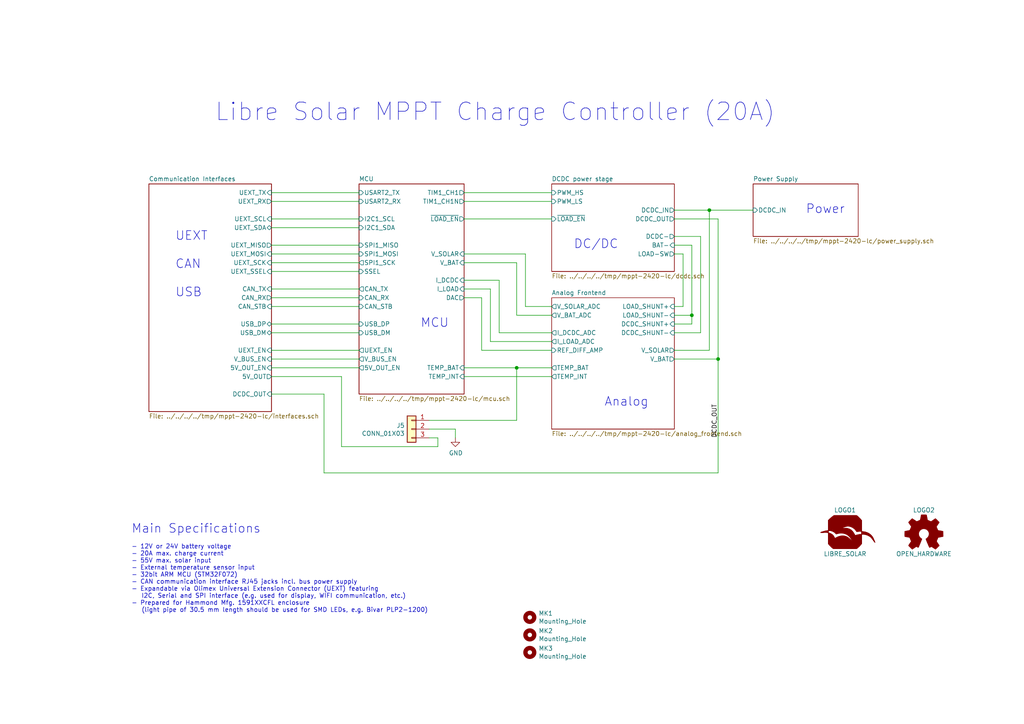
<source format=kicad_sch>
(kicad_sch (version 20230121) (generator eeschema)
  (paper "A4")
  (title_block (title "MPPT Charger 20A") (date "2018-01-18") (rev "0.10") (company "Libre Solar") (comment 1 "Author: Martin Jäger") (comment 2 "Website: http://libre.solar"))
  (lib_symbols
    (symbol "Connector_Generic:Conn_01x03" (pin_names (offset 1.016) hide)
      (property "Reference" "J" (at 0 5.08 0))
      (property "Value" "Conn_01x03" (at 0 -5.08 0))
      (symbol "Conn_01x03_1_1"
        (pin passive line (at -5.08 2.54 0) (length 3.81) (name "Pin_1") (number "1"))
        (pin passive line (at -5.08 0 0) (length 3.81) (name "Pin_2") (number "2"))
        (pin passive line (at -5.08 -2.54 0) (length 3.81) (name "Pin_3") (number "3"))
      )
    )
    (symbol "Graphic:Logo_Open_Hardware_Small" (in_bom no) (on_board no))
    (symbol "Mechanical:MountingHole" (pin_names (offset 1.016))
      (property "Reference" "H" (at 0 5.08 0))
      (property "Value" "MountingHole" (at 0 3.175 0))
    )
    (symbol "Project:LibreSolar_Logo" (pin_numbers hide) (pin_names (offset 1.016) hide)
      (property "Reference" "LOGO" (at 0 6.985 0))
      (property "Value" "LibreSolar_Logo" (at 0 -5.715 0))
    )
    (symbol "power:GND" (power) (pin_names (offset 0))
      (property "Value" "GND" (at 0 -3.81 0))
      (symbol "GND_1_1"
        (pin power_in line (at 0 0 270) (length 0) hide (name "GND") (number "1"))
      )
    )
  )
  (junction (at 200.66 91.44))
  (junction (at 205.74 60.96))
  (junction (at 208.28 104.14))
  (junction (at 149.86 106.68))
  (wire (pts (xy 203.2 96.52) (xy 203.2 68.58)))
  (wire (pts (xy 104.14 83.82) (xy 78.74 83.82)))
  (wire (pts (xy 198.12 73.66) (xy 198.12 88.9)))
  (wire (pts (xy 134.62 81.28) (xy 144.78 81.28)))
  (wire (pts (xy 134.62 73.66) (xy 152.4 73.66)))
  (wire (pts (xy 142.24 83.82) (xy 134.62 83.82)))
  (wire (pts (xy 134.62 109.22) (xy 160.02 109.22)))
  (wire (pts (xy 124.46 124.46) (xy 132.08 124.46)))
  (wire (pts (xy 134.62 55.88) (xy 160.02 55.88)))
  (wire (pts (xy 132.08 124.46) (xy 132.08 127)))
  (wire (pts (xy 195.58 60.96) (xy 205.74 60.96)))
  (wire (pts (xy 205.74 60.96) (xy 218.44 60.96)))
  (wire (pts (xy 208.28 104.14) (xy 208.28 137.16)))
  (wire (pts (xy 78.74 86.36) (xy 104.14 86.36)))
  (wire (pts (xy 195.58 73.66) (xy 198.12 73.66)))
  (wire (pts (xy 78.74 55.88) (xy 104.14 55.88)))
  (wire (pts (xy 78.74 93.98) (xy 104.14 93.98)))
  (wire (pts (xy 78.74 101.6) (xy 104.14 101.6)))
  (wire (pts (xy 208.28 63.5) (xy 195.58 63.5)))
  (wire (pts (xy 124.46 121.92) (xy 149.86 121.92)))
  (wire (pts (xy 78.74 76.2) (xy 104.14 76.2)))
  (wire (pts (xy 195.58 91.44) (xy 200.66 91.44)))
  (wire (pts (xy 78.74 96.52) (xy 104.14 96.52)))
  (wire (pts (xy 78.74 114.3) (xy 93.98 114.3)))
  (wire (pts (xy 195.58 68.58) (xy 203.2 68.58)))
  (wire (pts (xy 200.66 71.12) (xy 200.66 91.44)))
  (wire (pts (xy 205.74 101.6) (xy 195.58 101.6)))
  (wire (pts (xy 78.74 88.9) (xy 104.14 88.9)))
  (wire (pts (xy 104.14 58.42) (xy 78.74 58.42)))
  (wire (pts (xy 200.66 93.98) (xy 195.58 93.98)))
  (wire (pts (xy 160.02 58.42) (xy 134.62 58.42)))
  (wire (pts (xy 200.66 91.44) (xy 200.66 93.98)))
  (wire (pts (xy 144.78 81.28) (xy 144.78 96.52)))
  (wire (pts (xy 134.62 86.36) (xy 139.7 86.36)))
  (wire (pts (xy 99.06 129.54) (xy 99.06 109.22)))
  (wire (pts (xy 78.74 106.68) (xy 104.14 106.68)))
  (wire (pts (xy 78.74 71.12) (xy 104.14 71.12)))
  (wire (pts (xy 205.74 60.96) (xy 205.74 101.6)))
  (wire (pts (xy 78.74 63.5) (xy 104.14 63.5)))
  (wire (pts (xy 142.24 99.06) (xy 142.24 83.82)))
  (wire (pts (xy 152.4 88.9) (xy 160.02 88.9)))
  (wire (pts (xy 160.02 99.06) (xy 142.24 99.06)))
  (wire (pts (xy 198.12 88.9) (xy 195.58 88.9)))
  (wire (pts (xy 149.86 106.68) (xy 160.02 106.68)))
  (wire (pts (xy 104.14 73.66) (xy 78.74 73.66)))
  (wire (pts (xy 134.62 106.68) (xy 149.86 106.68)))
  (wire (pts (xy 93.98 137.16) (xy 208.28 137.16)))
  (wire (pts (xy 127 127) (xy 127 129.54)))
  (wire (pts (xy 134.62 63.5) (xy 160.02 63.5)))
  (wire (pts (xy 104.14 66.04) (xy 78.74 66.04)))
  (wire (pts (xy 139.7 101.6) (xy 160.02 101.6)))
  (wire (pts (xy 78.74 78.74) (xy 104.14 78.74)))
  (wire (pts (xy 208.28 63.5) (xy 208.28 104.14)))
  (wire (pts (xy 152.4 73.66) (xy 152.4 88.9)))
  (wire (pts (xy 127 129.54) (xy 99.06 129.54)))
  (wire (pts (xy 149.86 91.44) (xy 149.86 76.2)))
  (wire (pts (xy 104.14 104.14) (xy 78.74 104.14)))
  (wire (pts (xy 93.98 114.3) (xy 93.98 137.16)))
  (wire (pts (xy 195.58 71.12) (xy 200.66 71.12)))
  (wire (pts (xy 149.86 121.92) (xy 149.86 106.68)))
  (wire (pts (xy 208.28 104.14) (xy 195.58 104.14)))
  (wire (pts (xy 139.7 86.36) (xy 139.7 101.6)))
  (wire (pts (xy 144.78 96.52) (xy 160.02 96.52)))
  (wire (pts (xy 149.86 76.2) (xy 134.62 76.2)))
  (wire (pts (xy 195.58 96.52) (xy 203.2 96.52)))
  (wire (pts (xy 160.02 91.44) (xy 149.86 91.44)))
  (wire (pts (xy 99.06 109.22) (xy 78.74 109.22)))
  (wire (pts (xy 127 127) (xy 124.46 127)))
  (text "Power" (at 233.68 62.23 0) (effects (font (size 2.54 2.54)) (justify left bottom)))
  (text "DC/DC" (at 166.37 72.39 0) (effects (font (size 2.54 2.54)) (justify left bottom)))
  (text "UEXT\n\nCAN\n\nUSB" (at 50.8 86.36 0) (effects (font (size 2.54 2.54)) (justify left bottom)))
  (text "MCU" (at 121.92 95.25 0) (effects (font (size 2.54 2.54)) (justify left bottom)))
  (text "Main Specifications" (at 38.1 154.94 0) (effects (font (size 2.54 2.54)) (justify left bottom)))
  (text "Libre Solar MPPT Charge Controller (20A)" (at 62.23 35.56 0) (effects (font (size 5.08 5.08)) (justify left bottom)))
  (text "Analog" (at 175.26 118.11 0) (effects (font (size 2.54 2.54)) (justify left bottom)))
  (text "- 12V or 24V battery voltage\n- 20A max. charge current\n- 55V max. solar input\n- External temperature sensor input\n- 32bit ARM MCU (STM32F072)\n- CAN communication interface RJ45 jacks incl. bus power supply\n- Expandable via Olimex Universal Extension Connector (UEXT) featuring\n   I2C, Serial and SPI interface (e.g. used for display, WIFI communication, etc.)\n- Prepared for Hammond Mfg. 1591XXCFL enclosure\n   (light pipe of 30.5 mm length should be used for SMD LEDs, e.g. Bivar PLP2-1200)\n" (at 38.1 177.8 0) (effects (font (size 1.27 1.27)) (justify left bottom)))
  (label "DCDC_OUT" (at 208.28 127 90))
  (symbol (lib_id "Graphic:Logo_Open_Hardware_Small") (at 267.97 154.94 0) (unit 1)
    (property "Reference" "LOGO2" (at 267.97 147.955 0))
    (property "Value" "OPEN_HARDWARE" (at 267.97 160.655 0))
    (property "Footprint" "Symbol:OSHW-Logo_5.7x6mm_SilkScreen" (effects hide))
  )
  (symbol (lib_id "Project:LibreSolar_Logo") (at 245.11 154.94 0) (unit 1)
    (property "Reference" "LOGO1" (at 245.11 147.955 0))
    (property "Value" "LIBRE_SOLAR" (at 245.11 160.655 0))
    (property "Footprint" "LibreSolar:LIBRESOLAR_LOGO" (effects hide))
  )
  (symbol (lib_id "Mechanical:MountingHole") (at 153.67 179.07 0) (unit 1)
    (property "Reference" "MK1" (at 156.21 177.9016 0) (effects (justify left)))
    (property "Value" "Mounting_Hole" (at 156.21 180.213 0) (effects (justify left)))
    (property "Footprint" "MountingHole:MountingHole_3.2mm_M3" (effects hide))
  )
  (symbol (lib_id "Mechanical:MountingHole") (at 153.67 184.15 0) (unit 1)
    (property "Reference" "MK2" (at 156.21 182.9816 0) (effects (justify left)))
    (property "Value" "Mounting_Hole" (at 156.21 185.293 0) (effects (justify left)))
    (property "Footprint" "MountingHole:MountingHole_3.2mm_M3" (effects hide))
  )
  (symbol (lib_id "Mechanical:MountingHole") (at 153.67 189.23 0) (unit 1)
    (property "Reference" "MK3" (at 156.21 188.0616 0) (effects (justify left)))
    (property "Value" "Mounting_Hole" (at 156.21 190.373 0) (effects (justify left)))
    (property "Footprint" "MountingHole:MountingHole_3.2mm_M3" (effects hide))
  )
  (symbol (lib_id "Connector_Generic:Conn_01x03") (at 119.38 124.46 0) (mirror y) (unit 1)
    (property "Reference" "J5" (at 117.3988 123.4186 0) (effects (justify left)))
    (property "Value" "CONN_01X03" (at 117.3988 125.73 0) (effects (justify left)))
    (property "Footprint" "LibreSolar:Phoenix_Contact_MC_1,5_3-G-3,81" (effects hide))
    (property "Manufacturer" "Phoenix Contact" (effects hide))
    (property "PartNumber" "1803280" (effects hide))
  )
  (symbol (lib_id "power:GND") (at 132.08 127 0) (unit 1)
    (property "Reference" "#PWR01" (effects hide))
    (property "Value" "GND" (at 132.207 131.3942 0))
  )
  (sheet (at 160.02 53.34) (size 35.56 25.4)
    (property "Sheetname" "DCDC power stage" (at 160.02 52.6284 0) (effects (justify left bottom)))
    (property "Sheetfile" "../../../../tmp/mppt-2420-lc/dcdc.sch" (at 160.02 79.3246 0) (effects (justify left top)))
    (pin "PWM_HS" input (at 160.02 55.88 180))
    (pin "PWM_LS" input (at 160.02 58.42 180))
    (pin "BAT-" input (at 195.58 71.12 0))
    (pin "DCDC_OUT" output (at 195.58 63.5 0))
    (pin "DCDC_IN" output (at 195.58 60.96 0))
    (pin "DCDC-" output (at 195.58 68.58 0))
    (pin "~{LOAD_EN}" input (at 160.02 63.5 180))
    (pin "LOAD-SW" output (at 195.58 73.66 0))
  )
  (sheet (at 104.14 53.34) (size 30.48 60.96)
    (property "Sheetname" "MCU" (at 104.14 52.6284 0) (effects (justify left bottom)))
    (property "Sheetfile" "../../../../tmp/mppt-2420-lc/mcu.sch" (at 104.14 114.8846 0) (effects (justify left top)))
    (pin "TIM1_CH1N" output (at 134.62 58.42 0))
    (pin "TIM1_CH1" output (at 134.62 55.88 0))
    (pin "V_BAT" input (at 134.62 76.2 0))
    (pin "V_SOLAR" input (at 134.62 73.66 0))
    (pin "I_LOAD" input (at 134.62 83.82 0))
    (pin "I_DCDC" input (at 134.62 81.28 0))
    (pin "CAN_TX" output (at 104.14 83.82 180))
    (pin "CAN_RX" input (at 104.14 86.36 180))
    (pin "I2C1_SDA" input (at 104.14 66.04 180))
    (pin "I2C1_SCL" input (at 104.14 63.5 180))
    (pin "SPI1_MOSI" input (at 104.14 73.66 180))
    (pin "SPI1_MISO" input (at 104.14 71.12 180))
    (pin "SPI1_SCK" output (at 104.14 76.2 180))
    (pin "SSEL" input (at 104.14 78.74 180))
    (pin "USB_DM" input (at 104.14 96.52 180))
    (pin "USB_DP" input (at 104.14 93.98 180))
    (pin "CAN_STB" input (at 104.14 88.9 180))
    (pin "USART2_RX" input (at 104.14 58.42 180))
    (pin "USART2_TX" input (at 104.14 55.88 180))
    (pin "TEMP_INT" input (at 134.62 109.22 0))
    (pin "TEMP_BAT" input (at 134.62 106.68 0))
    (pin "DAC" output (at 134.62 86.36 0))
    (pin "5V_OUT_EN" output (at 104.14 106.68 180))
    (pin "UEXT_EN" output (at 104.14 101.6 180))
    (pin "V_BUS_EN" output (at 104.14 104.14 180))
    (pin "~{LOAD_EN}" output (at 134.62 63.5 0))
  )
  (sheet (at 43.18 53.34) (size 35.56 66.04)
    (property "Sheetname" "Communication Interfaces" (at 43.18 52.6284 0) (effects (justify left bottom)))
    (property "Sheetfile" "../../../../tmp/mppt-2420-lc/interfaces.sch" (at 43.18 119.9646 0) (effects (justify left top)))
    (pin "UEXT_RX" output (at 78.74 58.42 0))
    (pin "UEXT_MOSI" input (at 78.74 73.66 0))
    (pin "UEXT_SSEL" input (at 78.74 78.74 0))
    (pin "UEXT_MISO" output (at 78.74 71.12 0))
    (pin "UEXT_SCK" input (at 78.74 76.2 0))
    (pin "UEXT_SCL" input (at 78.74 63.5 0))
    (pin "UEXT_SDA" bidirectional (at 78.74 66.04 0))
    (pin "UEXT_TX" input (at 78.74 55.88 0))
    (pin "USB_DM" bidirectional (at 78.74 96.52 0))
    (pin "USB_DP" bidirectional (at 78.74 93.98 0))
    (pin "CAN_RX" output (at 78.74 86.36 0))
    (pin "CAN_TX" input (at 78.74 83.82 0))
    (pin "CAN_STB" input (at 78.74 88.9 0))
    (pin "5V_OUT" output (at 78.74 109.22 0))
    (pin "5V_OUT_EN" input (at 78.74 106.68 0))
    (pin "DCDC_OUT" input (at 78.74 114.3 0))
    (pin "UEXT_EN" input (at 78.74 101.6 0))
    (pin "V_BUS_EN" input (at 78.74 104.14 0))
  )
  (sheet (at 218.44 53.34) (size 30.48 15.24)
    (property "Sheetname" "Power Supply" (at 218.44 52.6284 0) (effects (justify left bottom)))
    (property "Sheetfile" "../../../../tmp/mppt-2420-lc/power_supply.sch" (at 218.44 69.1646 0) (effects (justify left top)))
    (pin "DCDC_IN" input (at 218.44 60.96 180))
  )
  (sheet (at 160.02 86.36) (size 35.56 38.1)
    (property "Sheetname" "Analog Frontend" (at 160.02 85.6484 0) (effects (justify left bottom)))
    (property "Sheetfile" "../../../../tmp/mppt-2420-lc/analog_frontend.sch" (at 160.02 125.0446 0) (effects (justify left top)))
    (pin "V_BAT" output (at 195.58 104.14 0))
    (pin "V_SOLAR" output (at 195.58 101.6 0))
    (pin "TEMP_BAT" output (at 160.02 106.68 180))
    (pin "TEMP_INT" output (at 160.02 109.22 180))
    (pin "DCDC_SHUNT+" input (at 195.58 93.98 0))
    (pin "LOAD_SHUNT+" input (at 195.58 88.9 0))
    (pin "LOAD_SHUNT-" input (at 195.58 91.44 0))
    (pin "DCDC_SHUNT-" input (at 195.58 96.52 0))
    (pin "V_SOLAR_ADC" output (at 160.02 88.9 180))
    (pin "V_BAT_ADC" output (at 160.02 91.44 180))
    (pin "I_LOAD_ADC" output (at 160.02 99.06 180))
    (pin "I_DCDC_ADC" output (at 160.02 96.52 180))
    (pin "REF_DIFF_AMP" input (at 160.02 101.6 180))
  )
)
</source>
